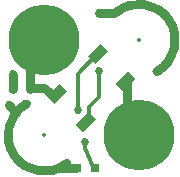
<source format=gtl>
%TF.GenerationSoftware,KiCad,Pcbnew,4.0.7-e2-6376~58~ubuntu16.04.1*%
%TF.CreationDate,2018-05-14T09:05:55-07:00*%
%TF.ProjectId,2x2-LED-RGB-NeoPixel-SMT,3278322D4C45442D5247422D4E656F50,1.0*%
%TF.FileFunction,Copper,L1,Top,Signal*%
%FSLAX46Y46*%
G04 Gerber Fmt 4.6, Leading zero omitted, Abs format (unit mm)*
G04 Created by KiCad (PCBNEW 4.0.7-e2-6376~58~ubuntu16.04.1) date Mon May 14 09:05:55 2018*
%MOMM*%
%LPD*%
G01*
G04 APERTURE LIST*
%ADD10C,0.350000*%
%ADD11C,0.300000*%
%ADD12C,0.800000*%
%ADD13C,6.000000*%
%ADD14R,0.800000X0.750000*%
%ADD15C,0.685800*%
%ADD16C,0.350000*%
%ADD17C,0.330200*%
G04 APERTURE END LIST*
D10*
D11*
X13873954Y-45325584D02*
X12373954Y-46825584D01*
D12*
X8373954Y-48125584D02*
X8373954Y-45425584D01*
X8051141Y-49385475D02*
G75*
G03X11473954Y-54425584I1497813J-2665109D01*
G01*
X8373954Y-48025584D02*
X9473954Y-48025584D01*
X10373954Y-48725584D02*
X9573954Y-48025584D01*
D11*
X13673954Y-54725584D02*
X12973954Y-53125584D01*
D12*
X10773954Y-54825584D02*
X12273954Y-54825584D01*
X16573954Y-50225584D02*
X16573954Y-47525584D01*
D11*
X13373954Y-49625584D02*
X13373954Y-50525584D01*
X13373954Y-49625584D02*
X14173954Y-48825584D01*
D12*
X14173954Y-41725584D02*
X15473954Y-41725584D01*
X6873954Y-48125584D02*
X6873954Y-46925584D01*
D11*
X14173954Y-48825584D02*
X14173954Y-46625584D01*
X12373954Y-49925584D02*
X12373954Y-46825584D01*
D12*
X6573954Y-49525584D02*
X7173954Y-50125584D01*
X19096767Y-46665693D02*
G75*
G03X15673954Y-41625584I-1497813J2665109D01*
G01*
D11*
X12973954Y-52625584D02*
X12973954Y-53125584D01*
D13*
X9573954Y-44025584D03*
X17573954Y-52025584D03*
D14*
X8398954Y-48050584D03*
X6898954Y-48050584D03*
D10*
G36*
X10889480Y-47681440D02*
X11518098Y-48310058D01*
X10458428Y-49369728D01*
X9829810Y-48741110D01*
X10889480Y-47681440D01*
X10889480Y-47681440D01*
G37*
G36*
X13289480Y-50081440D02*
X13918098Y-50710058D01*
X12858428Y-51769728D01*
X12229810Y-51141110D01*
X13289480Y-50081440D01*
X13289480Y-50081440D01*
G37*
G36*
X16631122Y-46649664D02*
X17259740Y-47278282D01*
X16200070Y-48337952D01*
X15571452Y-47709334D01*
X16631122Y-46649664D01*
X16631122Y-46649664D01*
G37*
G36*
X14296256Y-44314798D02*
X14924874Y-44943416D01*
X13865204Y-46003086D01*
X13236586Y-45374468D01*
X14296256Y-44314798D01*
X14296256Y-44314798D01*
G37*
D14*
X13824000Y-54810000D03*
X12324000Y-54810000D03*
D15*
X12373954Y-49925584D03*
X12973954Y-52625584D03*
X14173954Y-46625584D03*
X14173954Y-41725584D03*
X6573954Y-49525584D03*
X6873954Y-46825584D03*
D16*
X9573954Y-52025584D03*
X9573954Y-44025584D03*
X17573954Y-52025584D03*
X17573954Y-44025584D03*
D17*
X12373954Y-49925584D03*
X12973954Y-52625584D03*
X14173954Y-46625584D03*
X14173954Y-41725584D03*
X6573954Y-49525584D03*
X6873954Y-46825584D03*
M02*

</source>
